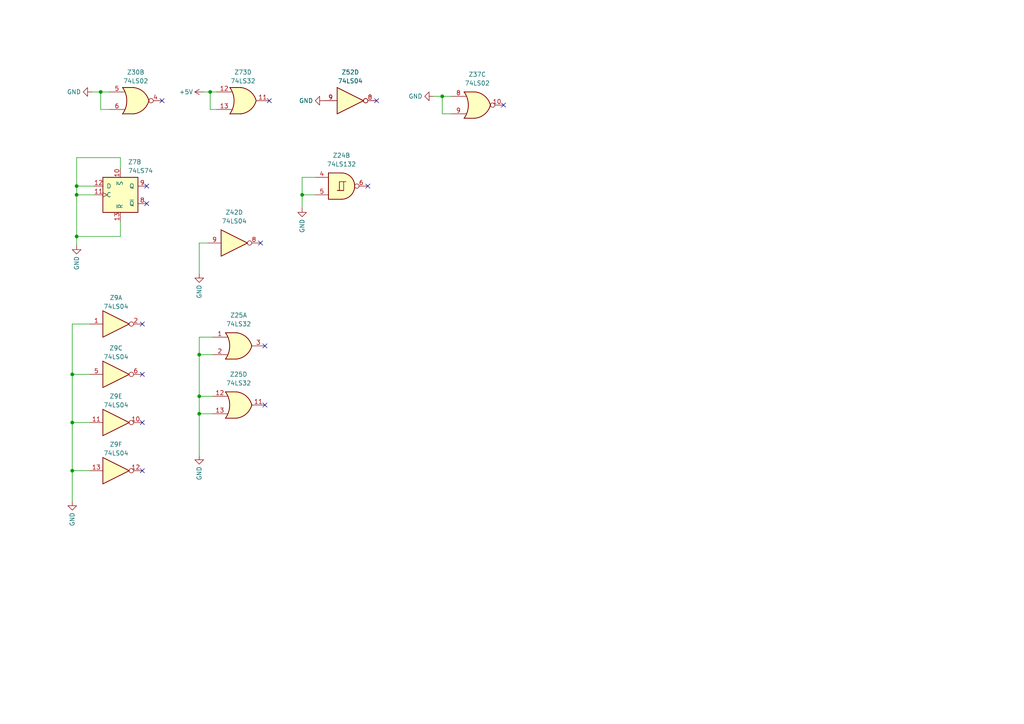
<source format=kicad_sch>
(kicad_sch (version 20230121) (generator eeschema)
  (paper "A4")
  (lib_symbols
    (symbol "74xx:74LS02" (pin_names (offset 1.016))
      (property "Reference" "U" (at 0 1.27 0))
      (property "Value" "74LS02" (at 0 -1.27 0))
      (symbol "74LS02_1_1"
        (arc (start -3.81 -3.81) (mid -2.589 0) (end -3.81 3.81) (stroke (width 0.254)))
        (arc (start -0.6096 -3.81) (mid 2.1842 -2.5851) (end 3.81 0) (stroke (width 0.254)) (fill (type background)))
        (polyline (pts (xy -3.81 -3.81) (xy -0.635 -3.81)) (stroke (width 0.254)) (fill (type background)))
        (polyline (pts (xy -3.81 3.81) (xy -0.635 3.81)) (stroke (width 0.254)) (fill (type background)))
        (polyline (pts (xy -0.635 3.81) (xy -3.81 3.81) (xy -3.81 3.81) (xy -3.556 3.4036) (xy -3.0226 2.2606) (xy -2.6924 1.0414) (xy -2.6162 -0.254) (xy -2.7686 -1.4986) (xy -3.175 -2.7178) (xy -3.81 -3.81) (xy -3.81 -3.81) (xy -0.635 -3.81)) (stroke (width -25.4)) (fill (type background)))
        (arc (start 3.81 0) (mid 2.1915 2.5936) (end -0.6096 3.81) (stroke (width 0.254)) (fill (type background)))
        (pin output inverted (at 7.62 0 180) (length 3.81) (name "~") (number "1"))
        (pin input line (at -7.62 2.54 0) (length 4.318) (name "~") (number "2"))
        (pin input line (at -7.62 -2.54 0) (length 4.318) (name "~") (number "3"))
      )
      (symbol "74LS02_1_2"
        (arc (start 0 -3.81) (mid 3.7934 0) (end 0 3.81) (stroke (width 0.254)) (fill (type background)))
        (polyline (pts (xy 0 3.81) (xy -3.81 3.81) (xy -3.81 -3.81) (xy 0 -3.81)) (stroke (width 0.254)) (fill (type background)))
        (pin output line (at 7.62 0 180) (length 3.81) (name "~") (number "1"))
        (pin input inverted (at -7.62 2.54 0) (length 3.81) (name "~") (number "2"))
        (pin input inverted (at -7.62 -2.54 0) (length 3.81) (name "~") (number "3"))
      )
      (symbol "74LS02_2_1"
        (arc (start -3.81 -3.81) (mid -2.589 0) (end -3.81 3.81) (stroke (width 0.254)))
        (arc (start -0.6096 -3.81) (mid 2.1842 -2.5851) (end 3.81 0) (stroke (width 0.254)) (fill (type background)))
        (polyline (pts (xy -3.81 -3.81) (xy -0.635 -3.81)) (stroke (width 0.254)) (fill (type background)))
        (polyline (pts (xy -3.81 3.81) (xy -0.635 3.81)) (stroke (width 0.254)) (fill (type background)))
        (polyline (pts (xy -0.635 3.81) (xy -3.81 3.81) (xy -3.81 3.81) (xy -3.556 3.4036) (xy -3.0226 2.2606) (xy -2.6924 1.0414) (xy -2.6162 -0.254) (xy -2.7686 -1.4986) (xy -3.175 -2.7178) (xy -3.81 -3.81) (xy -3.81 -3.81) (xy -0.635 -3.81)) (stroke (width -25.4)) (fill (type background)))
        (arc (start 3.81 0) (mid 2.1915 2.5936) (end -0.6096 3.81) (stroke (width 0.254)) (fill (type background)))
        (pin output inverted (at 7.62 0 180) (length 3.81) (name "~") (number "4"))
        (pin input line (at -7.62 2.54 0) (length 4.318) (name "~") (number "5"))
        (pin input line (at -7.62 -2.54 0) (length 4.318) (name "~") (number "6"))
      )
      (symbol "74LS02_2_2"
        (arc (start 0 -3.81) (mid 3.7934 0) (end 0 3.81) (stroke (width 0.254)) (fill (type background)))
        (polyline (pts (xy 0 3.81) (xy -3.81 3.81) (xy -3.81 -3.81) (xy 0 -3.81)) (stroke (width 0.254)) (fill (type background)))
        (pin output line (at 7.62 0 180) (length 3.81) (name "~") (number "4"))
        (pin input inverted (at -7.62 2.54 0) (length 3.81) (name "~") (number "5"))
        (pin input inverted (at -7.62 -2.54 0) (length 3.81) (name "~") (number "6"))
      )
      (symbol "74LS02_3_1"
        (arc (start -3.81 -3.81) (mid -2.589 0) (end -3.81 3.81) (stroke (width 0.254)))
        (arc (start -0.6096 -3.81) (mid 2.1842 -2.5851) (end 3.81 0) (stroke (width 0.254)) (fill (type background)))
        (polyline (pts (xy -3.81 -3.81) (xy -0.635 -3.81)) (stroke (width 0.254)) (fill (type background)))
        (polyline (pts (xy -3.81 3.81) (xy -0.635 3.81)) (stroke (width 0.254)) (fill (type background)))
        (polyline (pts (xy -0.635 3.81) (xy -3.81 3.81) (xy -3.81 3.81) (xy -3.556 3.4036) (xy -3.0226 2.2606) (xy -2.6924 1.0414) (xy -2.6162 -0.254) (xy -2.7686 -1.4986) (xy -3.175 -2.7178) (xy -3.81 -3.81) (xy -3.81 -3.81) (xy -0.635 -3.81)) (stroke (width -25.4)) (fill (type background)))
        (arc (start 3.81 0) (mid 2.1915 2.5936) (end -0.6096 3.81) (stroke (width 0.254)) (fill (type background)))
        (pin output inverted (at 7.62 0 180) (length 3.81) (name "~") (number "10"))
        (pin input line (at -7.62 2.54 0) (length 4.318) (name "~") (number "8"))
        (pin input line (at -7.62 -2.54 0) (length 4.318) (name "~") (number "9"))
      )
      (symbol "74LS02_3_2"
        (arc (start 0 -3.81) (mid 3.7934 0) (end 0 3.81) (stroke (width 0.254)) (fill (type background)))
        (polyline (pts (xy 0 3.81) (xy -3.81 3.81) (xy -3.81 -3.81) (xy 0 -3.81)) (stroke (width 0.254)) (fill (type background)))
        (pin output line (at 7.62 0 180) (length 3.81) (name "~") (number "10"))
        (pin input inverted (at -7.62 2.54 0) (length 3.81) (name "~") (number "8"))
        (pin input inverted (at -7.62 -2.54 0) (length 3.81) (name "~") (number "9"))
      )
      (symbol "74LS02_4_1"
        (arc (start -3.81 -3.81) (mid -2.589 0) (end -3.81 3.81) (stroke (width 0.254)))
        (arc (start -0.6096 -3.81) (mid 2.1842 -2.5851) (end 3.81 0) (stroke (width 0.254)) (fill (type background)))
        (polyline (pts (xy -3.81 -3.81) (xy -0.635 -3.81)) (stroke (width 0.254)) (fill (type background)))
        (polyline (pts (xy -3.81 3.81) (xy -0.635 3.81)) (stroke (width 0.254)) (fill (type background)))
        (polyline (pts (xy -0.635 3.81) (xy -3.81 3.81) (xy -3.81 3.81) (xy -3.556 3.4036) (xy -3.0226 2.2606) (xy -2.6924 1.0414) (xy -2.6162 -0.254) (xy -2.7686 -1.4986) (xy -3.175 -2.7178) (xy -3.81 -3.81) (xy -3.81 -3.81) (xy -0.635 -3.81)) (stroke (width -25.4)) (fill (type background)))
        (arc (start 3.81 0) (mid 2.1915 2.5936) (end -0.6096 3.81) (stroke (width 0.254)) (fill (type background)))
        (pin input line (at -7.62 2.54 0) (length 4.318) (name "~") (number "11"))
        (pin input line (at -7.62 -2.54 0) (length 4.318) (name "~") (number "12"))
        (pin output inverted (at 7.62 0 180) (length 3.81) (name "~") (number "13"))
      )
      (symbol "74LS02_4_2"
        (arc (start 0 -3.81) (mid 3.7934 0) (end 0 3.81) (stroke (width 0.254)) (fill (type background)))
        (polyline (pts (xy 0 3.81) (xy -3.81 3.81) (xy -3.81 -3.81) (xy 0 -3.81)) (stroke (width 0.254)) (fill (type background)))
        (pin input inverted (at -7.62 2.54 0) (length 3.81) (name "~") (number "11"))
        (pin input inverted (at -7.62 -2.54 0) (length 3.81) (name "~") (number "12"))
        (pin output line (at 7.62 0 180) (length 3.81) (name "~") (number "13"))
      )
      (symbol "74LS02_5_0"
        (pin power_in line (at 0 12.7 270) (length 5.08) (name "VCC") (number "14"))
        (pin power_in line (at 0 -12.7 90) (length 5.08) (name "GND") (number "7"))
      )
      (symbol "74LS02_5_1"
        (rectangle (start -5.08 7.62) (end 5.08 -7.62) (stroke (width 0.254)) (fill (type background)))
      )
    )
    (symbol "74xx:74LS04"
      (property "Reference" "U" (at 0 1.27 0))
      (property "Value" "74LS04" (at 0 -1.27 0))
      (symbol "74LS04_1_0"
        (polyline (pts (xy -3.81 3.81) (xy -3.81 -3.81) (xy 3.81 0) (xy -3.81 3.81)) (stroke (width 0.254)) (fill (type background)))
        (pin input line (at -7.62 0 0) (length 3.81) (name "~") (number "1"))
        (pin output inverted (at 7.62 0 180) (length 3.81) (name "~") (number "2"))
      )
      (symbol "74LS04_2_0"
        (polyline (pts (xy -3.81 3.81) (xy -3.81 -3.81) (xy 3.81 0) (xy -3.81 3.81)) (stroke (width 0.254)) (fill (type background)))
        (pin input line (at -7.62 0 0) (length 3.81) (name "~") (number "3"))
        (pin output inverted (at 7.62 0 180) (length 3.81) (name "~") (number "4"))
      )
      (symbol "74LS04_3_0"
        (polyline (pts (xy -3.81 3.81) (xy -3.81 -3.81) (xy 3.81 0) (xy -3.81 3.81)) (stroke (width 0.254)) (fill (type background)))
        (pin input line (at -7.62 0 0) (length 3.81) (name "~") (number "5"))
        (pin output inverted (at 7.62 0 180) (length 3.81) (name "~") (number "6"))
      )
      (symbol "74LS04_4_0"
        (polyline (pts (xy -3.81 3.81) (xy -3.81 -3.81) (xy 3.81 0) (xy -3.81 3.81)) (stroke (width 0.254)) (fill (type background)))
        (pin output inverted (at 7.62 0 180) (length 3.81) (name "~") (number "8"))
        (pin input line (at -7.62 0 0) (length 3.81) (name "~") (number "9"))
      )
      (symbol "74LS04_5_0"
        (polyline (pts (xy -3.81 3.81) (xy -3.81 -3.81) (xy 3.81 0) (xy -3.81 3.81)) (stroke (width 0.254)) (fill (type background)))
        (pin output inverted (at 7.62 0 180) (length 3.81) (name "~") (number "10"))
        (pin input line (at -7.62 0 0) (length 3.81) (name "~") (number "11"))
      )
      (symbol "74LS04_6_0"
        (polyline (pts (xy -3.81 3.81) (xy -3.81 -3.81) (xy 3.81 0) (xy -3.81 3.81)) (stroke (width 0.254)) (fill (type background)))
        (pin output inverted (at 7.62 0 180) (length 3.81) (name "~") (number "12"))
        (pin input line (at -7.62 0 0) (length 3.81) (name "~") (number "13"))
      )
      (symbol "74LS04_7_0"
        (pin power_in line (at 0 12.7 270) (length 5.08) (name "VCC") (number "14"))
        (pin power_in line (at 0 -12.7 90) (length 5.08) (name "GND") (number "7"))
      )
      (symbol "74LS04_7_1"
        (rectangle (start -5.08 7.62) (end 5.08 -7.62) (stroke (width 0.254)) (fill (type background)))
      )
    )
    (symbol "74xx:74LS132" (pin_names (offset 1.016))
      (property "Reference" "U" (at 0 1.27 0))
      (property "Value" "74LS132" (at 0 -1.27 0))
      (symbol "74LS132_1_0"
        (polyline (pts (xy -0.635 -1.27) (xy -0.635 1.27) (xy 0.635 1.27)))
        (polyline (pts (xy -0.635 -1.27) (xy -0.635 1.27) (xy 0.635 1.27)))
        (polyline (pts (xy -1.27 -1.27) (xy 0.635 -1.27) (xy 0.635 1.27) (xy 1.27 1.27)))
        (polyline (pts (xy -1.27 -1.27) (xy 0.635 -1.27) (xy 0.635 1.27) (xy 1.27 1.27)))
      )
      (symbol "74LS132_1_1"
        (arc (start 0 -3.81) (mid 3.7934 0) (end 0 3.81) (stroke (width 0.254)) (fill (type background)))
        (polyline (pts (xy 0 3.81) (xy -3.81 3.81) (xy -3.81 -3.81) (xy 0 -3.81)) (stroke (width 0.254)) (fill (type background)))
        (pin input line (at -7.62 2.54 0) (length 3.81) (name "~") (number "1"))
        (pin input line (at -7.62 -2.54 0) (length 3.81) (name "~") (number "2"))
        (pin output inverted (at 7.62 0 180) (length 3.81) (name "~") (number "3"))
      )
      (symbol "74LS132_1_2"
        (arc (start -3.81 -3.81) (mid -2.589 0) (end -3.81 3.81) (stroke (width 0.254)))
        (arc (start -0.6096 -3.81) (mid 2.1842 -2.5851) (end 3.81 0) (stroke (width 0.254)) (fill (type background)))
        (polyline (pts (xy -3.81 -3.81) (xy -0.635 -3.81)) (stroke (width 0.254)) (fill (type background)))
        (polyline (pts (xy -3.81 3.81) (xy -0.635 3.81)) (stroke (width 0.254)) (fill (type background)))
        (polyline (pts (xy -0.635 3.81) (xy -3.81 3.81) (xy -3.81 3.81) (xy -3.556 3.4036) (xy -3.0226 2.2606) (xy -2.6924 1.0414) (xy -2.6162 -0.254) (xy -2.7686 -1.4986) (xy -3.175 -2.7178) (xy -3.81 -3.81) (xy -3.81 -3.81) (xy -0.635 -3.81)) (stroke (width -25.4)) (fill (type background)))
        (arc (start 3.81 0) (mid 2.1915 2.5936) (end -0.6096 3.81) (stroke (width 0.254)) (fill (type background)))
        (pin input inverted (at -7.62 2.54 0) (length 4.318) (name "~") (number "1"))
        (pin input inverted (at -7.62 -2.54 0) (length 4.318) (name "~") (number "2"))
        (pin output line (at 7.62 0 180) (length 3.81) (name "~") (number "3"))
      )
      (symbol "74LS132_2_0"
        (polyline (pts (xy -0.635 -1.27) (xy -0.635 1.27) (xy 0.635 1.27)))
        (polyline (pts (xy -0.635 -1.27) (xy -0.635 1.27) (xy 0.635 1.27)))
        (polyline (pts (xy -1.27 -1.27) (xy 0.635 -1.27) (xy 0.635 1.27) (xy 1.27 1.27)))
        (polyline (pts (xy -1.27 -1.27) (xy 0.635 -1.27) (xy 0.635 1.27) (xy 1.27 1.27)))
      )
      (symbol "74LS132_2_1"
        (arc (start 0 -3.81) (mid 3.7934 0) (end 0 3.81) (stroke (width 0.254)) (fill (type background)))
        (polyline (pts (xy 0 3.81) (xy -3.81 3.81) (xy -3.81 -3.81) (xy 0 -3.81)) (stroke (width 0.254)) (fill (type background)))
        (pin input line (at -7.62 2.54 0) (length 3.81) (name "~") (number "4"))
        (pin input line (at -7.62 -2.54 0) (length 3.81) (name "~") (number "5"))
        (pin output inverted (at 7.62 0 180) (length 3.81) (name "~") (number "6"))
      )
      (symbol "74LS132_2_2"
        (arc (start -3.81 -3.81) (mid -2.589 0) (end -3.81 3.81) (stroke (width 0.254)))
        (arc (start -0.6096 -3.81) (mid 2.1842 -2.5851) (end 3.81 0) (stroke (width 0.254)) (fill (type background)))
        (polyline (pts (xy -3.81 -3.81) (xy -0.635 -3.81)) (stroke (width 0.254)) (fill (type background)))
        (polyline (pts (xy -3.81 3.81) (xy -0.635 3.81)) (stroke (width 0.254)) (fill (type background)))
        (polyline (pts (xy -0.635 3.81) (xy -3.81 3.81) (xy -3.81 3.81) (xy -3.556 3.4036) (xy -3.0226 2.2606) (xy -2.6924 1.0414) (xy -2.6162 -0.254) (xy -2.7686 -1.4986) (xy -3.175 -2.7178) (xy -3.81 -3.81) (xy -3.81 -3.81) (xy -0.635 -3.81)) (stroke (width -25.4)) (fill (type background)))
        (arc (start 3.81 0) (mid 2.1915 2.5936) (end -0.6096 3.81) (stroke (width 0.254)) (fill (type background)))
        (pin input inverted (at -7.62 2.54 0) (length 4.318) (name "~") (number "4"))
        (pin input inverted (at -7.62 -2.54 0) (length 4.318) (name "~") (number "5"))
        (pin output line (at 7.62 0 180) (length 3.81) (name "~") (number "6"))
      )
      (symbol "74LS132_3_0"
        (polyline (pts (xy -0.635 -1.27) (xy -0.635 1.27) (xy 0.635 1.27)))
        (polyline (pts (xy -0.635 -1.27) (xy -0.635 1.27) (xy 0.635 1.27)))
        (polyline (pts (xy -1.27 -1.27) (xy 0.635 -1.27) (xy 0.635 1.27) (xy 1.27 1.27)))
        (polyline (pts (xy -1.27 -1.27) (xy 0.635 -1.27) (xy 0.635 1.27) (xy 1.27 1.27)))
      )
      (symbol "74LS132_3_1"
        (arc (start 0 -3.81) (mid 3.7934 0) (end 0 3.81) (stroke (width 0.254)) (fill (type background)))
        (polyline (pts (xy 0 3.81) (xy -3.81 3.81) (xy -3.81 -3.81) (xy 0 -3.81)) (stroke (width 0.254)) (fill (type background)))
        (pin input line (at -7.62 -2.54 0) (length 3.81) (name "~") (number "10"))
        (pin output inverted (at 7.62 0 180) (length 3.81) (name "~") (number "8"))
        (pin input line (at -7.62 2.54 0) (length 3.81) (name "~") (number "9"))
      )
      (symbol "74LS132_3_2"
        (arc (start -3.81 -3.81) (mid -2.589 0) (end -3.81 3.81) (stroke (width 0.254)))
        (arc (start -0.6096 -3.81) (mid 2.1842 -2.5851) (end 3.81 0) (stroke (width 0.254)) (fill (type background)))
        (polyline (pts (xy -3.81 -3.81) (xy -0.635 -3.81)) (stroke (width 0.254)) (fill (type background)))
        (polyline (pts (xy -3.81 3.81) (xy -0.635 3.81)) (stroke (width 0.254)) (fill (type background)))
        (polyline (pts (xy -0.635 3.81) (xy -3.81 3.81) (xy -3.81 3.81) (xy -3.556 3.4036) (xy -3.0226 2.2606) (xy -2.6924 1.0414) (xy -2.6162 -0.254) (xy -2.7686 -1.4986) (xy -3.175 -2.7178) (xy -3.81 -3.81) (xy -3.81 -3.81) (xy -0.635 -3.81)) (stroke (width -25.4)) (fill (type background)))
        (arc (start 3.81 0) (mid 2.1915 2.5936) (end -0.6096 3.81) (stroke (width 0.254)) (fill (type background)))
        (pin input inverted (at -7.62 -2.54 0) (length 4.318) (name "~") (number "10"))
        (pin output line (at 7.62 0 180) (length 3.81) (name "~") (number "8"))
        (pin input inverted (at -7.62 2.54 0) (length 4.318) (name "~") (number "9"))
      )
      (symbol "74LS132_4_0"
        (polyline (pts (xy -0.635 -1.27) (xy -0.635 1.27) (xy 0.635 1.27)))
        (polyline (pts (xy -0.635 -1.27) (xy -0.635 1.27) (xy 0.635 1.27)))
        (polyline (pts (xy -1.27 -1.27) (xy 0.635 -1.27) (xy 0.635 1.27) (xy 1.27 1.27)))
        (polyline (pts (xy -1.27 -1.27) (xy 0.635 -1.27) (xy 0.635 1.27) (xy 1.27 1.27)))
      )
      (symbol "74LS132_4_1"
        (arc (start 0 -3.81) (mid 3.7934 0) (end 0 3.81) (stroke (width 0.254)) (fill (type background)))
        (polyline (pts (xy 0 3.81) (xy -3.81 3.81) (xy -3.81 -3.81) (xy 0 -3.81)) (stroke (width 0.254)) (fill (type background)))
        (pin output inverted (at 7.62 0 180) (length 3.81) (name "~") (number "11"))
        (pin input line (at -7.62 2.54 0) (length 3.81) (name "~") (number "12"))
        (pin input line (at -7.62 -2.54 0) (length 3.81) (name "~") (number "13"))
      )
      (symbol "74LS132_4_2"
        (arc (start -3.81 -3.81) (mid -2.589 0) (end -3.81 3.81) (stroke (width 0.254)))
        (arc (start -0.6096 -3.81) (mid 2.1842 -2.5851) (end 3.81 0) (stroke (width 0.254)) (fill (type background)))
        (polyline (pts (xy -3.81 -3.81) (xy -0.635 -3.81)) (stroke (width 0.254)) (fill (type background)))
        (polyline (pts (xy -3.81 3.81) (xy -0.635 3.81)) (stroke (width 0.254)) (fill (type background)))
        (polyline (pts (xy -0.635 3.81) (xy -3.81 3.81) (xy -3.81 3.81) (xy -3.556 3.4036) (xy -3.0226 2.2606) (xy -2.6924 1.0414) (xy -2.6162 -0.254) (xy -2.7686 -1.4986) (xy -3.175 -2.7178) (xy -3.81 -3.81) (xy -3.81 -3.81) (xy -0.635 -3.81)) (stroke (width -25.4)) (fill (type background)))
        (arc (start 3.81 0) (mid 2.1915 2.5936) (end -0.6096 3.81) (stroke (width 0.254)) (fill (type background)))
        (pin output line (at 7.62 0 180) (length 3.81) (name "~") (number "11"))
        (pin input inverted (at -7.62 2.54 0) (length 4.318) (name "~") (number "12"))
        (pin input inverted (at -7.62 -2.54 0) (length 4.318) (name "~") (number "13"))
      )
      (symbol "74LS132_5_0"
        (pin power_in line (at 0 12.7 270) (length 5.08) (name "VCC") (number "14"))
        (pin power_in line (at 0 -12.7 90) (length 5.08) (name "GND") (number "7"))
      )
      (symbol "74LS132_5_1"
        (rectangle (start -5.08 7.62) (end 5.08 -7.62) (stroke (width 0.254)) (fill (type background)))
      )
    )
    (symbol "74xx:74LS32" (pin_names (offset 1.016))
      (property "Reference" "U" (at 0 1.27 0))
      (property "Value" "74LS32" (at 0 -1.27 0))
      (symbol "74LS32_1_1"
        (arc (start -3.81 -3.81) (mid -2.589 0) (end -3.81 3.81) (stroke (width 0.254)))
        (arc (start -0.6096 -3.81) (mid 2.1842 -2.5851) (end 3.81 0) (stroke (width 0.254)) (fill (type background)))
        (polyline (pts (xy -3.81 -3.81) (xy -0.635 -3.81)) (stroke (width 0.254)) (fill (type background)))
        (polyline (pts (xy -3.81 3.81) (xy -0.635 3.81)) (stroke (width 0.254)) (fill (type background)))
        (polyline (pts (xy -0.635 3.81) (xy -3.81 3.81) (xy -3.81 3.81) (xy -3.556 3.4036) (xy -3.0226 2.2606) (xy -2.6924 1.0414) (xy -2.6162 -0.254) (xy -2.7686 -1.4986) (xy -3.175 -2.7178) (xy -3.81 -3.81) (xy -3.81 -3.81) (xy -0.635 -3.81)) (stroke (width -25.4)) (fill (type background)))
        (arc (start 3.81 0) (mid 2.1915 2.5936) (end -0.6096 3.81) (stroke (width 0.254)) (fill (type background)))
        (pin input line (at -7.62 2.54 0) (length 4.318) (name "~") (number "1"))
        (pin input line (at -7.62 -2.54 0) (length 4.318) (name "~") (number "2"))
        (pin output line (at 7.62 0 180) (length 3.81) (name "~") (number "3"))
      )
      (symbol "74LS32_1_2"
        (arc (start 0 -3.81) (mid 3.7934 0) (end 0 3.81) (stroke (width 0.254)) (fill (type background)))
        (polyline (pts (xy 0 3.81) (xy -3.81 3.81) (xy -3.81 -3.81) (xy 0 -3.81)) (stroke (width 0.254)) (fill (type background)))
        (pin input inverted (at -7.62 2.54 0) (length 3.81) (name "~") (number "1"))
        (pin input inverted (at -7.62 -2.54 0) (length 3.81) (name "~") (number "2"))
        (pin output inverted (at 7.62 0 180) (length 3.81) (name "~") (number "3"))
      )
      (symbol "74LS32_2_1"
        (arc (start -3.81 -3.81) (mid -2.589 0) (end -3.81 3.81) (stroke (width 0.254)))
        (arc (start -0.6096 -3.81) (mid 2.1842 -2.5851) (end 3.81 0) (stroke (width 0.254)) (fill (type background)))
        (polyline (pts (xy -3.81 -3.81) (xy -0.635 -3.81)) (stroke (width 0.254)) (fill (type background)))
        (polyline (pts (xy -3.81 3.81) (xy -0.635 3.81)) (stroke (width 0.254)) (fill (type background)))
        (polyline (pts (xy -0.635 3.81) (xy -3.81 3.81) (xy -3.81 3.81) (xy -3.556 3.4036) (xy -3.0226 2.2606) (xy -2.6924 1.0414) (xy -2.6162 -0.254) (xy -2.7686 -1.4986) (xy -3.175 -2.7178) (xy -3.81 -3.81) (xy -3.81 -3.81) (xy -0.635 -3.81)) (stroke (width -25.4)) (fill (type background)))
        (arc (start 3.81 0) (mid 2.1915 2.5936) (end -0.6096 3.81) (stroke (width 0.254)) (fill (type background)))
        (pin input line (at -7.62 2.54 0) (length 4.318) (name "~") (number "4"))
        (pin input line (at -7.62 -2.54 0) (length 4.318) (name "~") (number "5"))
        (pin output line (at 7.62 0 180) (length 3.81) (name "~") (number "6"))
      )
      (symbol "74LS32_2_2"
        (arc (start 0 -3.81) (mid 3.7934 0) (end 0 3.81) (stroke (width 0.254)) (fill (type background)))
        (polyline (pts (xy 0 3.81) (xy -3.81 3.81) (xy -3.81 -3.81) (xy 0 -3.81)) (stroke (width 0.254)) (fill (type background)))
        (pin input inverted (at -7.62 2.54 0) (length 3.81) (name "~") (number "4"))
        (pin input inverted (at -7.62 -2.54 0) (length 3.81) (name "~") (number "5"))
        (pin output inverted (at 7.62 0 180) (length 3.81) (name "~") (number "6"))
      )
      (symbol "74LS32_3_1"
        (arc (start -3.81 -3.81) (mid -2.589 0) (end -3.81 3.81) (stroke (width 0.254)))
        (arc (start -0.6096 -3.81) (mid 2.1842 -2.5851) (end 3.81 0) (stroke (width 0.254)) (fill (type background)))
        (polyline (pts (xy -3.81 -3.81) (xy -0.635 -3.81)) (stroke (width 0.254)) (fill (type background)))
        (polyline (pts (xy -3.81 3.81) (xy -0.635 3.81)) (stroke (width 0.254)) (fill (type background)))
        (polyline (pts (xy -0.635 3.81) (xy -3.81 3.81) (xy -3.81 3.81) (xy -3.556 3.4036) (xy -3.0226 2.2606) (xy -2.6924 1.0414) (xy -2.6162 -0.254) (xy -2.7686 -1.4986) (xy -3.175 -2.7178) (xy -3.81 -3.81) (xy -3.81 -3.81) (xy -0.635 -3.81)) (stroke (width -25.4)) (fill (type background)))
        (arc (start 3.81 0) (mid 2.1915 2.5936) (end -0.6096 3.81) (stroke (width 0.254)) (fill (type background)))
        (pin input line (at -7.62 -2.54 0) (length 4.318) (name "~") (number "10"))
        (pin output line (at 7.62 0 180) (length 3.81) (name "~") (number "8"))
        (pin input line (at -7.62 2.54 0) (length 4.318) (name "~") (number "9"))
      )
      (symbol "74LS32_3_2"
        (arc (start 0 -3.81) (mid 3.7934 0) (end 0 3.81) (stroke (width 0.254)) (fill (type background)))
        (polyline (pts (xy 0 3.81) (xy -3.81 3.81) (xy -3.81 -3.81) (xy 0 -3.81)) (stroke (width 0.254)) (fill (type background)))
        (pin input inverted (at -7.62 -2.54 0) (length 3.81) (name "~") (number "10"))
        (pin output inverted (at 7.62 0 180) (length 3.81) (name "~") (number "8"))
        (pin input inverted (at -7.62 2.54 0) (length 3.81) (name "~") (number "9"))
      )
      (symbol "74LS32_4_1"
        (arc (start -3.81 -3.81) (mid -2.589 0) (end -3.81 3.81) (stroke (width 0.254)))
        (arc (start -0.6096 -3.81) (mid 2.1842 -2.5851) (end 3.81 0) (stroke (width 0.254)) (fill (type background)))
        (polyline (pts (xy -3.81 -3.81) (xy -0.635 -3.81)) (stroke (width 0.254)) (fill (type background)))
        (polyline (pts (xy -3.81 3.81) (xy -0.635 3.81)) (stroke (width 0.254)) (fill (type background)))
        (polyline (pts (xy -0.635 3.81) (xy -3.81 3.81) (xy -3.81 3.81) (xy -3.556 3.4036) (xy -3.0226 2.2606) (xy -2.6924 1.0414) (xy -2.6162 -0.254) (xy -2.7686 -1.4986) (xy -3.175 -2.7178) (xy -3.81 -3.81) (xy -3.81 -3.81) (xy -0.635 -3.81)) (stroke (width -25.4)) (fill (type background)))
        (arc (start 3.81 0) (mid 2.1915 2.5936) (end -0.6096 3.81) (stroke (width 0.254)) (fill (type background)))
        (pin output line (at 7.62 0 180) (length 3.81) (name "~") (number "11"))
        (pin input line (at -7.62 2.54 0) (length 4.318) (name "~") (number "12"))
        (pin input line (at -7.62 -2.54 0) (length 4.318) (name "~") (number "13"))
      )
      (symbol "74LS32_4_2"
        (arc (start 0 -3.81) (mid 3.7934 0) (end 0 3.81) (stroke (width 0.254)) (fill (type background)))
        (polyline (pts (xy 0 3.81) (xy -3.81 3.81) (xy -3.81 -3.81) (xy 0 -3.81)) (stroke (width 0.254)) (fill (type background)))
        (pin output inverted (at 7.62 0 180) (length 3.81) (name "~") (number "11"))
        (pin input inverted (at -7.62 2.54 0) (length 3.81) (name "~") (number "12"))
        (pin input inverted (at -7.62 -2.54 0) (length 3.81) (name "~") (number "13"))
      )
      (symbol "74LS32_5_0"
        (pin power_in line (at 0 12.7 270) (length 5.08) (name "VCC") (number "14"))
        (pin power_in line (at 0 -12.7 90) (length 5.08) (name "GND") (number "7"))
      )
      (symbol "74LS32_5_1"
        (rectangle (start -5.08 7.62) (end 5.08 -7.62) (stroke (width 0.254)) (fill (type background)))
      )
    )
    (symbol "74xx:74LS74" (pin_names (offset 1.016))
      (property "Reference" "U" (at -7.62 8.89 0))
      (property "Value" "74LS74" (at -7.62 -8.89 0))
      (symbol "74LS74_1_0"
        (pin input line (at 0 -7.62 90) (length 2.54) (name "~{R}") (number "1"))
        (pin input line (at -7.62 2.54 0) (length 2.54) (name "D") (number "2"))
        (pin input clock (at -7.62 0 0) (length 2.54) (name "C") (number "3"))
        (pin input line (at 0 7.62 270) (length 2.54) (name "~{S}") (number "4"))
        (pin output line (at 7.62 2.54 180) (length 2.54) (name "Q") (number "5"))
        (pin output line (at 7.62 -2.54 180) (length 2.54) (name "~{Q}") (number "6"))
      )
      (symbol "74LS74_1_1"
        (rectangle (start -5.08 5.08) (end 5.08 -5.08) (stroke (width 0.254)) (fill (type background)))
      )
      (symbol "74LS74_2_0"
        (pin input line (at 0 7.62 270) (length 2.54) (name "~{S}") (number "10"))
        (pin input clock (at -7.62 0 0) (length 2.54) (name "C") (number "11"))
        (pin input line (at -7.62 2.54 0) (length 2.54) (name "D") (number "12"))
        (pin input line (at 0 -7.62 90) (length 2.54) (name "~{R}") (number "13"))
        (pin output line (at 7.62 -2.54 180) (length 2.54) (name "~{Q}") (number "8"))
        (pin output line (at 7.62 2.54 180) (length 2.54) (name "Q") (number "9"))
      )
      (symbol "74LS74_2_1"
        (rectangle (start -5.08 5.08) (end 5.08 -5.08) (stroke (width 0.254)) (fill (type background)))
      )
      (symbol "74LS74_3_0"
        (pin power_in line (at 0 10.16 270) (length 2.54) (name "VCC") (number "14"))
        (pin power_in line (at 0 -10.16 90) (length 2.54) (name "GND") (number "7"))
      )
      (symbol "74LS74_3_1"
        (rectangle (start -5.08 7.62) (end 5.08 -7.62) (stroke (width 0.254)) (fill (type background)))
      )
    )
    (symbol "power:+5V" (power) (pin_names (offset 0))
      (property "Value" "+5V" (at 0 3.556 0))
      (symbol "+5V_0_1"
        (polyline (pts (xy -0.762 1.27) (xy 0 2.54)))
        (polyline (pts (xy 0 0) (xy 0 2.54)))
        (polyline (pts (xy 0 2.54) (xy 0.762 1.27)))
      )
      (symbol "+5V_1_1"
        (pin power_in line (at 0 0 90) (length 0) hide (name "+5V") (number "1"))
      )
    )
    (symbol "power:GND" (power) (pin_names (offset 0))
      (property "Value" "GND" (at 0 -3.81 0))
      (symbol "GND_0_1"
        (polyline (pts (xy 0 0) (xy 0 -1.27) (xy 1.27 -1.27) (xy 0 -2.54) (xy -1.27 -1.27) (xy 0 -1.27)))
      )
      (symbol "GND_1_1"
        (pin power_in line (at 0 0 270) (length 0) hide (name "GND") (number "1"))
      )
    )
  )
  (junction (at 57.785 120.015))
  (junction (at 20.955 108.585))
  (junction (at 60.96 26.67))
  (junction (at 87.63 56.515))
  (junction (at 20.955 136.525))
  (junction (at 22.225 56.515))
  (junction (at 22.225 53.975))
  (junction (at 22.225 68.58))
  (junction (at 20.955 122.555))
  (junction (at 128.27 27.94))
  (junction (at 57.785 114.935))
  (junction (at 29.21 26.67))
  (junction (at 57.785 102.87))
  (no_connect (at 146.05 30.48))
  (no_connect (at 46.99 29.21))
  (no_connect (at 109.22 29.21))
  (no_connect (at 42.545 59.055))
  (no_connect (at 106.68 53.975))
  (no_connect (at 78.105 29.21))
  (no_connect (at 76.835 100.33))
  (no_connect (at 41.275 122.555))
  (no_connect (at 76.835 117.475))
  (no_connect (at 41.275 108.585))
  (no_connect (at 42.545 53.975))
  (no_connect (at 41.275 136.525))
  (no_connect (at 41.275 93.98))
  (no_connect (at 75.565 70.485))
  (wire (pts (xy 87.63 51.435) (xy 87.63 56.515)))
  (wire (pts (xy 20.955 93.98) (xy 20.955 108.585)))
  (wire (pts (xy 87.63 51.435) (xy 91.44 51.435)))
  (wire (pts (xy 20.955 122.555) (xy 26.035 122.555)))
  (wire (pts (xy 128.27 27.94) (xy 128.27 33.02)))
  (wire (pts (xy 87.63 56.515) (xy 87.63 60.325)))
  (wire (pts (xy 34.925 68.58) (xy 34.925 64.135)))
  (wire (pts (xy 22.225 53.975) (xy 22.225 56.515)))
  (wire (pts (xy 60.96 31.75) (xy 60.96 26.67)))
  (wire (pts (xy 20.955 136.525) (xy 26.035 136.525)))
  (wire (pts (xy 57.785 114.935) (xy 57.785 120.015)))
  (wire (pts (xy 57.785 70.485) (xy 57.785 79.375)))
  (wire (pts (xy 29.21 31.75) (xy 31.75 31.75)))
  (wire (pts (xy 34.925 45.72) (xy 22.225 45.72)))
  (wire (pts (xy 22.225 56.515) (xy 22.225 68.58)))
  (wire (pts (xy 57.785 114.935) (xy 61.595 114.935)))
  (wire (pts (xy 57.785 120.015) (xy 57.785 132.08)))
  (wire (pts (xy 57.785 70.485) (xy 60.325 70.485)))
  (wire (pts (xy 61.595 97.79) (xy 57.785 97.79)))
  (wire (pts (xy 20.955 136.525) (xy 20.955 145.415)))
  (wire (pts (xy 26.67 26.67) (xy 29.21 26.67)))
  (wire (pts (xy 128.27 27.94) (xy 130.81 27.94)))
  (wire (pts (xy 26.035 93.98) (xy 20.955 93.98)))
  (wire (pts (xy 87.63 56.515) (xy 91.44 56.515)))
  (wire (pts (xy 20.955 108.585) (xy 20.955 122.555)))
  (wire (pts (xy 29.21 26.67) (xy 29.21 31.75)))
  (wire (pts (xy 57.785 120.015) (xy 61.595 120.015)))
  (wire (pts (xy 57.785 102.87) (xy 57.785 114.935)))
  (wire (pts (xy 22.225 71.12) (xy 22.225 68.58)))
  (wire (pts (xy 125.73 27.94) (xy 128.27 27.94)))
  (wire (pts (xy 57.785 97.79) (xy 57.785 102.87)))
  (wire (pts (xy 20.955 108.585) (xy 26.035 108.585)))
  (wire (pts (xy 22.225 45.72) (xy 22.225 53.975)))
  (wire (pts (xy 22.225 68.58) (xy 34.925 68.58)))
  (wire (pts (xy 34.925 48.895) (xy 34.925 45.72)))
  (wire (pts (xy 22.225 53.975) (xy 27.305 53.975)))
  (wire (pts (xy 60.96 26.67) (xy 62.865 26.67)))
  (wire (pts (xy 59.055 26.67) (xy 60.96 26.67)))
  (wire (pts (xy 62.865 31.75) (xy 60.96 31.75)))
  (wire (pts (xy 29.21 26.67) (xy 31.75 26.67)))
  (wire (pts (xy 22.225 56.515) (xy 27.305 56.515)))
  (wire (pts (xy 20.955 122.555) (xy 20.955 136.525)))
  (wire (pts (xy 57.785 102.87) (xy 61.595 102.87)))
  (wire (pts (xy 128.27 33.02) (xy 130.81 33.02)))
  (symbol (lib_id "power:GND") (at 57.785 132.08 0) (unit 1)
    (property "Reference" "#PWR05" (effects hide))
    (property "Value" "GND" (at 57.785 135.255 90) (effects (justify right)))
    (instances (project "TRS80IUS" (path "" (reference "#PWR05") (unit 1)) (path "" (reference "#PWR0257") (unit 1))))
  )
  (symbol (lib_id "74xx:74LS32") (at 69.215 117.475 0) (unit 4)
    (property "Reference" "Z25" (at 69.215 108.585 0))
    (property "Value" "74LS32" (at 69.215 111.125 0))
    (property "Footprint" "TRS80IUS:DIP-14_W7.62mm" (effects hide))
    (property "Datasheet" "http://www.ti.com/lit/gpn/sn74LS32" (effects hide))
  )
  (symbol (lib_id "power:GND") (at 57.785 79.375 0) (unit 1)
    (property "Reference" "#PWR05" (effects hide))
    (property "Value" "GND" (at 57.785 82.55 90) (effects (justify right)))
    (instances (project "TRS80IUS" (path "" (reference "#PWR05") (unit 1)) (path "" (reference "#PWR0253") (unit 1))))
  )
  (symbol (lib_id "74xx:74LS04") (at 33.655 108.585 0) (unit 3)
    (property "Reference" "Z9" (at 33.655 100.965 0))
    (property "Value" "74LS04" (at 33.655 103.505 0))
    (property "Footprint" "TRS80IUS:DIP-14_W7.62mm" (effects hide))
    (property "Datasheet" "http://www.ti.com/lit/gpn/sn74LS04" (effects hide))
  )
  (symbol (lib_id "74xx:74LS32") (at 69.215 100.33 0) (unit 1)
    (property "Reference" "Z25" (at 69.215 91.44 0))
    (property "Value" "74LS32" (at 69.215 93.98 0))
    (property "Footprint" "TRS80IUS:DIP-14_W7.62mm" (effects hide))
    (property "Datasheet" "http://www.ti.com/lit/gpn/sn74LS32" (effects hide))
  )
  (symbol (lib_id "power:GND") (at 87.63 60.325 0) (unit 1)
    (property "Reference" "#PWR05" (effects hide))
    (property "Value" "GND" (at 87.63 63.5 90) (effects (justify right)))
    (instances (project "TRS80IUS" (path "" (reference "#PWR05") (unit 1)) (path "" (reference "#PWR0254") (unit 1))))
  )
  (symbol (lib_id "74xx:74LS04") (at 33.655 136.525 0) (unit 6)
    (property "Reference" "Z9" (at 33.655 128.905 0))
    (property "Value" "74LS04" (at 33.655 131.445 0))
    (property "Footprint" "TRS80IUS:DIP-14_W7.62mm" (effects hide))
    (property "Datasheet" "http://www.ti.com/lit/gpn/sn74LS04" (effects hide))
  )
  (symbol (lib_id "74xx:74LS02") (at 39.37 29.21 0) (unit 2)
    (property "Reference" "Z30" (at 39.37 20.955 0))
    (property "Value" "74LS02" (at 39.37 23.495 0))
    (property "Footprint" "TRS80IUS:DIP-14_W7.62mm" (effects hide))
    (property "Datasheet" "http://www.ti.com/lit/gpn/sn74ls02" (effects hide))
  )
  (symbol (lib_id "74xx:74LS04") (at 33.655 93.98 0) (unit 1)
    (property "Reference" "Z9" (at 33.655 86.36 0))
    (property "Value" "74LS04" (at 33.655 88.9 0))
    (property "Footprint" "TRS80IUS:DIP-14_W7.62mm" (effects hide))
    (property "Datasheet" "http://www.ti.com/lit/gpn/sn74LS04" (effects hide))
  )
  (symbol (lib_id "74xx:74LS04") (at 33.655 122.555 0) (unit 5)
    (property "Reference" "Z9" (at 33.655 114.935 0))
    (property "Value" "74LS04" (at 33.655 117.475 0))
    (property "Footprint" "TRS80IUS:DIP-14_W7.62mm" (effects hide))
    (property "Datasheet" "http://www.ti.com/lit/gpn/sn74LS04" (effects hide))
  )
  (symbol (lib_id "power:GND") (at 26.67 26.67 270) (unit 1)
    (property "Reference" "#PWR05" (effects hide))
    (property "Value" "GND" (at 23.495 26.67 90) (effects (justify right)))
    (instances (project "TRS80IUS" (path "" (reference "#PWR05") (unit 1)) (path "" (reference "#PWR029") (unit 1))))
  )
  (symbol (lib_id "power:GND") (at 93.98 29.21 270) (unit 1)
    (property "Reference" "#PWR05" (effects hide))
    (property "Value" "GND" (at 90.805 29.21 90) (effects (justify right)))
    (instances (project "TRS80IUS" (path "" (reference "#PWR05") (unit 1)) (path "" (reference "#PWR0248") (unit 1))))
  )
  (symbol (lib_id "power:GND") (at 22.225 71.12 0) (unit 1)
    (property "Reference" "#PWR05" (effects hide))
    (property "Value" "GND" (at 22.225 74.295 90) (effects (justify right)))
    (instances (project "TRS80IUS" (path "" (reference "#PWR05") (unit 1)) (path "" (reference "#PWR0179") (unit 1))))
  )
  (symbol (lib_id "74xx:74LS02") (at 138.43 30.48 0) (unit 3)
    (property "Reference" "Z37" (at 138.43 21.59 0))
    (property "Value" "74LS02" (at 138.43 24.13 0))
    (property "Footprint" "TRS80IUS:DIP-14_W7.62mm" (effects hide))
    (property "Datasheet" "http://www.ti.com/lit/gpn/sn74ls02" (effects hide))
  )
  (symbol (lib_id "power:GND") (at 125.73 27.94 270) (unit 1)
    (property "Reference" "#PWR05" (effects hide))
    (property "Value" "GND" (at 122.555 27.94 90) (effects (justify right)))
    (instances (project "TRS80IUS" (path "" (reference "#PWR05") (unit 1)) (path "" (reference "#PWR0249") (unit 1))))
  )
  (symbol (lib_id "74xx:74LS04") (at 67.945 70.485 0) (unit 4)
    (property "Reference" "Z42" (at 67.945 61.595 0))
    (property "Value" "74LS04" (at 67.945 64.135 0))
    (property "Footprint" "TRS80IUS:DIP-14_W7.62mm" (effects hide))
    (property "Datasheet" "http://www.ti.com/lit/gpn/sn74LS04" (effects hide))
    (instances (project "TRS80IUS" (path "" (reference "Z42") (unit 4)) (path "" (reference "Z42") (unit 5)) (path "" (reference "Z42") (unit 5))))
  )
  (symbol (lib_id "power:+5V") (at 59.055 26.67 90) (unit 1)
    (property "Reference" "#PWR010" (effects hide))
    (property "Value" "+5V" (at 53.975 26.67 90))
    (instances (project "TRS80IUS" (path "" (reference "#PWR010") (unit 1)) (path "" (reference "#PWR042") (unit 1)) (path "" (reference "#PWR048") (unit 1)) (path "" (reference "#PWR062") (unit 1)) (path "" (reference "#PWR0272") (unit 1))))
  )
  (symbol (lib_id "power:GND") (at 20.955 145.415 0) (unit 1)
    (property "Reference" "#PWR05" (effects hide))
    (property "Value" "GND" (at 20.955 148.59 90) (effects (justify right)))
    (instances (project "TRS80IUS" (path "" (reference "#PWR05") (unit 1)) (path "" (reference "#PWR0255") (unit 1))))
  )
  (symbol (lib_id "74xx:74LS132") (at 99.06 53.975 0) (unit 2)
    (property "Reference" "Z24" (at 99.0517 45.085 0))
    (property "Value" "74LS132" (at 99.0517 47.625 0))
    (property "Footprint" "TRS80IUS:DIP-14_W7.62mm" (effects hide))
    (property "Datasheet" "http://www.ti.com/lit/gpn/sn74LS132" (effects hide))
  )
  (symbol (lib_id "74xx:74LS74") (at 34.925 56.515 0) (unit 2)
    (property "Reference" "Z7" (at 37.1191 46.99 0) (effects (justify left)))
    (property "Value" "74LS74" (at 37.1191 49.53 0) (effects (justify left)))
    (property "Footprint" "TRS80IUS:DIP-14_W7.62mm" (effects hide))
    (property "Datasheet" "74xx/74hc_hct74.pdf" (effects hide))
  )
  (symbol (lib_id "74xx:74LS32") (at 70.485 29.21 0) (unit 4)
    (property "Reference" "Z73" (at 70.485 20.955 0))
    (property "Value" "74LS32" (at 70.485 23.495 0))
    (property "Footprint" "TRS80IUS:DIP-14_W7.62mm" (effects hide))
    (property "Datasheet" "http://www.ti.com/lit/gpn/sn74LS32" (effects hide))
  )
  (symbol (lib_id "74xx:74LS04") (at 101.6 29.21 0) (unit 4)
    (property "Reference" "Z52" (at 101.6 20.955 0))
    (property "Value" "74LS04" (at 101.6 23.495 0))
    (property "Footprint" "TRS80IUS:DIP-14_W7.62mm" (effects hide))
    (property "Datasheet" "http://www.ti.com/lit/gpn/sn74LS04" (effects hide))
  )
)
</source>
